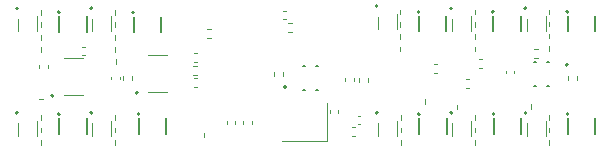
<source format=gbr>
%TF.GenerationSoftware,KiCad,Pcbnew,8.0.1-8.0.1-1~ubuntu22.04.1*%
%TF.CreationDate,2024-05-05T11:37:55-07:00*%
%TF.ProjectId,unic_gw1,756e6963-5f67-4773-912e-6b696361645f,1.0*%
%TF.SameCoordinates,Original*%
%TF.FileFunction,Legend,Bot*%
%TF.FilePolarity,Positive*%
%FSLAX46Y46*%
G04 Gerber Fmt 4.6, Leading zero omitted, Abs format (unit mm)*
G04 Created by KiCad (PCBNEW 8.0.1-8.0.1-1~ubuntu22.04.1) date 2024-05-05 11:37:55*
%MOMM*%
%LPD*%
G01*
G04 APERTURE LIST*
%ADD10C,0.120000*%
%ADD11C,0.200000*%
%ADD12C,0.127000*%
G04 APERTURE END LIST*
D10*
%TO.C,R6*%
X55245121Y-58770000D02*
X54909879Y-58770000D01*
X55245121Y-59530000D02*
X54909879Y-59530000D01*
%TO.C,Q13*%
X71307500Y-67150000D02*
X71307500Y-67550000D01*
%TO.C,C1*%
X46817500Y-62834165D02*
X46817500Y-63065835D01*
X47537500Y-62834165D02*
X47537500Y-63065835D01*
%TO.C,D28*%
X69377500Y-57750000D02*
X69377500Y-58800000D01*
X70977500Y-57500000D02*
X70977500Y-58800000D01*
D11*
X69377500Y-56850000D02*
G75*
G02*
X69177500Y-56850000I-100000J0D01*
G01*
X69177500Y-56850000D02*
G75*
G02*
X69377500Y-56850000I100000J0D01*
G01*
D10*
%TO.C,Q32*%
X71300000Y-60300000D02*
X71300000Y-60700000D01*
D12*
%TO.C,D3*%
X72892500Y-67650000D02*
X72892500Y-66350000D01*
X75222500Y-67650000D02*
X75222500Y-66350000D01*
D11*
X72957500Y-66000000D02*
G75*
G02*
X72757500Y-66000000I-100000J0D01*
G01*
X72757500Y-66000000D02*
G75*
G02*
X72957500Y-66000000I100000J0D01*
G01*
D10*
%TO.C,Q23*%
X77577500Y-57150000D02*
X77577500Y-57550000D01*
%TO.C,Q38*%
X40827500Y-58250000D02*
X40827500Y-58650000D01*
%TO.C,C19*%
X61371665Y-57250000D02*
X61603335Y-57250000D01*
X61371665Y-57970000D02*
X61603335Y-57970000D01*
%TO.C,R17*%
X47797500Y-62786379D02*
X47797500Y-63121621D01*
X48557500Y-62786379D02*
X48557500Y-63121621D01*
%TO.C,Q8*%
X47127500Y-68190000D02*
X47127500Y-68590000D01*
%TO.C,Q26*%
X83900000Y-60225000D02*
X83900000Y-60625000D01*
%TO.C,R13*%
X67777500Y-63277621D02*
X67777500Y-62942379D01*
X68537500Y-63277621D02*
X68537500Y-62942379D01*
%TO.C,Q7*%
X47127500Y-67150000D02*
X47127500Y-67550000D01*
%TO.C,C2*%
X44361665Y-60290000D02*
X44593335Y-60290000D01*
X44361665Y-61010000D02*
X44593335Y-61010000D01*
D12*
%TO.C,D5*%
X85462500Y-67650000D02*
X85462500Y-66350000D01*
X87792500Y-67650000D02*
X87792500Y-66350000D01*
D11*
X85527500Y-66000000D02*
G75*
G02*
X85327500Y-66000000I-100000J0D01*
G01*
X85327500Y-66000000D02*
G75*
G02*
X85527500Y-66000000I100000J0D01*
G01*
D10*
%TO.C,R15*%
X53780879Y-60850000D02*
X54116121Y-60850000D01*
X53780879Y-61610000D02*
X54116121Y-61610000D01*
%TO.C,Q12*%
X83900000Y-58175000D02*
X83900000Y-58575000D01*
%TO.C,R8*%
X82945121Y-60470000D02*
X82609879Y-60470000D01*
X82945121Y-61230000D02*
X82609879Y-61230000D01*
%TO.C,C9*%
X67453335Y-67120000D02*
X67221665Y-67120000D01*
X67453335Y-67840000D02*
X67221665Y-67840000D01*
%TO.C,X1*%
X61247500Y-68255000D02*
X65047500Y-68255000D01*
X65047500Y-68255000D02*
X65047500Y-65105000D01*
%TO.C,Q20*%
X83877500Y-66100000D02*
X83877500Y-66500000D01*
%TO.C,U3*%
X49958500Y-61030000D02*
X50758500Y-61030000D01*
X49958500Y-64150000D02*
X50758500Y-64150000D01*
X51558500Y-61030000D02*
X50758500Y-61030000D01*
X51558500Y-64150000D02*
X50758500Y-64150000D01*
D11*
X49058500Y-64190000D02*
G75*
G02*
X48858500Y-64190000I-100000J0D01*
G01*
X48858500Y-64190000D02*
G75*
G02*
X49058500Y-64190000I100000J0D01*
G01*
D10*
%TO.C,D27*%
X75677500Y-57950000D02*
X75677500Y-59000000D01*
X77277500Y-57700000D02*
X77277500Y-59000000D01*
D11*
X75677500Y-57050000D02*
G75*
G02*
X75477500Y-57050000I-100000J0D01*
G01*
X75477500Y-57050000D02*
G75*
G02*
X75677500Y-57050000I100000J0D01*
G01*
D10*
%TO.C,Q22*%
X83877500Y-68200000D02*
X83877500Y-68600000D01*
%TO.C,C14*%
X80217500Y-62565835D02*
X80217500Y-62334165D01*
X80937500Y-62565835D02*
X80937500Y-62334165D01*
%TO.C,C21*%
X66637500Y-63203335D02*
X66637500Y-62971665D01*
X67357500Y-63203335D02*
X67357500Y-62971665D01*
%TO.C,Q27*%
X77577500Y-59250000D02*
X77577500Y-59650000D01*
%TO.C,D22*%
X45227500Y-66800000D02*
X45227500Y-67850000D01*
X46827500Y-66550000D02*
X46827500Y-67850000D01*
D11*
X45227500Y-65900000D02*
G75*
G02*
X45027500Y-65900000I-100000J0D01*
G01*
X45027500Y-65900000D02*
G75*
G02*
X45227500Y-65900000I100000J0D01*
G01*
D12*
%TO.C,D8*%
X48712500Y-59050000D02*
X48712500Y-57750000D01*
X51042500Y-59050000D02*
X51042500Y-57750000D01*
D11*
X48777500Y-57400000D02*
G75*
G02*
X48577500Y-57400000I-100000J0D01*
G01*
X48577500Y-57400000D02*
G75*
G02*
X48777500Y-57400000I100000J0D01*
G01*
D10*
%TO.C,D29*%
X45217500Y-57950000D02*
X45217500Y-59000000D01*
X46817500Y-57700000D02*
X46817500Y-59000000D01*
D11*
X45217500Y-57050000D02*
G75*
G02*
X45017500Y-57050000I-100000J0D01*
G01*
X45017500Y-57050000D02*
G75*
G02*
X45217500Y-57050000I100000J0D01*
G01*
D12*
%TO.C,D11*%
X85462500Y-59000000D02*
X85462500Y-57700000D01*
X87792500Y-59000000D02*
X87792500Y-57700000D01*
D11*
X85527500Y-57350000D02*
G75*
G02*
X85327500Y-57350000I-100000J0D01*
G01*
X85327500Y-57350000D02*
G75*
G02*
X85527500Y-57350000I100000J0D01*
G01*
D12*
%TO.C,D1*%
X42412500Y-67650000D02*
X42412500Y-66350000D01*
X44742500Y-67650000D02*
X44742500Y-66350000D01*
D11*
X42477500Y-66000000D02*
G75*
G02*
X42277500Y-66000000I-100000J0D01*
G01*
X42277500Y-66000000D02*
G75*
G02*
X42477500Y-66000000I100000J0D01*
G01*
D10*
%TO.C,Q9*%
X73377500Y-64730000D02*
X73377500Y-65130000D01*
%TO.C,Q15*%
X76067500Y-65200000D02*
X76067500Y-65600000D01*
%TO.C,C10*%
X40717500Y-61834165D02*
X40717500Y-62065835D01*
X41437500Y-61834165D02*
X41437500Y-62065835D01*
%TO.C,Q29*%
X71300000Y-57150000D02*
X71300000Y-57550000D01*
%TO.C,Q11*%
X83900000Y-57150000D02*
X83900000Y-57550000D01*
%TO.C,R14*%
X53770879Y-61930000D02*
X54106121Y-61930000D01*
X53770879Y-62690000D02*
X54106121Y-62690000D01*
D12*
%TO.C,U7*%
X82757500Y-61600000D02*
X82597500Y-61600000D01*
X82757500Y-63600000D02*
X82597500Y-63600000D01*
X83697500Y-61600000D02*
X83857500Y-61600000D01*
X83697500Y-63600000D02*
X83857500Y-63600000D01*
D11*
X85487500Y-61840000D02*
G75*
G02*
X85287500Y-61840000I-100000J0D01*
G01*
X85287500Y-61840000D02*
G75*
G02*
X85487500Y-61840000I100000J0D01*
G01*
D10*
%TO.C,D21*%
X38927500Y-66800000D02*
X38927500Y-67850000D01*
X40527500Y-66550000D02*
X40527500Y-67850000D01*
D11*
X38927500Y-65900000D02*
G75*
G02*
X38727500Y-65900000I-100000J0D01*
G01*
X38727500Y-65900000D02*
G75*
G02*
X38927500Y-65900000I100000J0D01*
G01*
D10*
%TO.C,R11*%
X76809879Y-63070000D02*
X77145121Y-63070000D01*
X76809879Y-63830000D02*
X77145121Y-63830000D01*
D12*
%TO.C,D9*%
X42412500Y-59030000D02*
X42412500Y-57730000D01*
X44742500Y-59030000D02*
X44742500Y-57730000D01*
D11*
X42477500Y-57380000D02*
G75*
G02*
X42277500Y-57380000I-100000J0D01*
G01*
X42277500Y-57380000D02*
G75*
G02*
X42477500Y-57380000I100000J0D01*
G01*
D10*
%TO.C,D30*%
X38927500Y-57950000D02*
X38927500Y-59000000D01*
X40527500Y-57700000D02*
X40527500Y-59000000D01*
D11*
X38927500Y-57050000D02*
G75*
G02*
X38727500Y-57050000I-100000J0D01*
G01*
X38727500Y-57050000D02*
G75*
G02*
X38927500Y-57050000I100000J0D01*
G01*
D10*
%TO.C,C3*%
X54044335Y-62950000D02*
X53812665Y-62950000D01*
X54044335Y-63670000D02*
X53812665Y-63670000D01*
%TO.C,Q18*%
X77607500Y-68200000D02*
X77607500Y-68600000D01*
%TO.C,D25*%
X81987500Y-66800000D02*
X81987500Y-67850000D01*
X83587500Y-66550000D02*
X83587500Y-67850000D01*
D11*
X81987500Y-65900000D02*
G75*
G02*
X81787500Y-65900000I-100000J0D01*
G01*
X81787500Y-65900000D02*
G75*
G02*
X81987500Y-65900000I100000J0D01*
G01*
D10*
%TO.C,R7*%
X62145121Y-58270000D02*
X61809879Y-58270000D01*
X62145121Y-59030000D02*
X61809879Y-59030000D01*
%TO.C,Q31*%
X71300000Y-59250000D02*
X71300000Y-59650000D01*
%TO.C,C17*%
X56607500Y-66624165D02*
X56607500Y-66855835D01*
X57327500Y-66624165D02*
X57327500Y-66855835D01*
%TO.C,D23*%
X69407500Y-66800000D02*
X69407500Y-67850000D01*
X71007500Y-66550000D02*
X71007500Y-67850000D01*
D11*
X69407500Y-65900000D02*
G75*
G02*
X69207500Y-65900000I-100000J0D01*
G01*
X69207500Y-65900000D02*
G75*
G02*
X69407500Y-65900000I100000J0D01*
G01*
D12*
%TO.C,D6*%
X79162500Y-59000000D02*
X79162500Y-57700000D01*
X81492500Y-59000000D02*
X81492500Y-57700000D01*
D11*
X79227500Y-57350000D02*
G75*
G02*
X79027500Y-57350000I-100000J0D01*
G01*
X79027500Y-57350000D02*
G75*
G02*
X79227500Y-57350000I100000J0D01*
G01*
D10*
%TO.C,Q17*%
X77607500Y-67150000D02*
X77607500Y-67550000D01*
%TO.C,U5*%
X42817500Y-61290000D02*
X43617500Y-61290000D01*
X42817500Y-64410000D02*
X43617500Y-64410000D01*
X44417500Y-61290000D02*
X43617500Y-61290000D01*
X44417500Y-64410000D02*
X43617500Y-64410000D01*
D11*
X41917500Y-64450000D02*
G75*
G02*
X41717500Y-64450000I-100000J0D01*
G01*
X41717500Y-64450000D02*
G75*
G02*
X41917500Y-64450000I100000J0D01*
G01*
D10*
%TO.C,Q36*%
X47150000Y-60350000D02*
X47150000Y-60750000D01*
%TO.C,Q37*%
X40827500Y-57200000D02*
X40827500Y-57600000D01*
%TO.C,Q19*%
X82337500Y-65170000D02*
X82337500Y-65570000D01*
%TO.C,Q16*%
X77607500Y-66100000D02*
X77607500Y-66500000D01*
%TO.C,Q5*%
X54690000Y-67580000D02*
X54690000Y-67980000D01*
D12*
%TO.C,U4*%
X63207500Y-61950000D02*
X63047500Y-61950000D01*
X63207500Y-63950000D02*
X63047500Y-63950000D01*
X64147500Y-61950000D02*
X64307500Y-61950000D01*
X64147500Y-63950000D02*
X64307500Y-63950000D01*
D11*
X61617500Y-63710000D02*
G75*
G02*
X61417500Y-63710000I-100000J0D01*
G01*
X61417500Y-63710000D02*
G75*
G02*
X61617500Y-63710000I100000J0D01*
G01*
D12*
%TO.C,D7*%
X72862500Y-59000000D02*
X72862500Y-57700000D01*
X75192500Y-59000000D02*
X75192500Y-57700000D01*
D11*
X72927500Y-57350000D02*
G75*
G02*
X72727500Y-57350000I-100000J0D01*
G01*
X72727500Y-57350000D02*
G75*
G02*
X72927500Y-57350000I100000J0D01*
G01*
D10*
%TO.C,C18*%
X57977500Y-66624165D02*
X57977500Y-66855835D01*
X58697500Y-66624165D02*
X58697500Y-66855835D01*
D12*
%TO.C,D2*%
X49137500Y-67650000D02*
X49137500Y-66350000D01*
X51467500Y-67650000D02*
X51467500Y-66350000D01*
D11*
X49202500Y-66000000D02*
G75*
G02*
X49002500Y-66000000I-100000J0D01*
G01*
X49002500Y-66000000D02*
G75*
G02*
X49202500Y-66000000I100000J0D01*
G01*
D10*
%TO.C,Q40*%
X40827500Y-60350000D02*
X40827500Y-60750000D01*
%TO.C,Q41*%
X47177500Y-61350000D02*
X47177500Y-61750000D01*
%TO.C,Q6*%
X47127500Y-66100000D02*
X47127500Y-66500000D01*
%TO.C,Q2*%
X40827500Y-66100000D02*
X40827500Y-66500000D01*
%TO.C,Q35*%
X47150000Y-59300000D02*
X47150000Y-59700000D01*
%TO.C,C16*%
X74393335Y-61790000D02*
X74161665Y-61790000D01*
X74393335Y-62510000D02*
X74161665Y-62510000D01*
%TO.C,C13*%
X65317500Y-65644165D02*
X65317500Y-65875835D01*
X66037500Y-65644165D02*
X66037500Y-65875835D01*
D12*
%TO.C,D4*%
X79192500Y-67650000D02*
X79192500Y-66350000D01*
X81522500Y-67650000D02*
X81522500Y-66350000D01*
D11*
X79257500Y-66000000D02*
G75*
G02*
X79057500Y-66000000I-100000J0D01*
G01*
X79057500Y-66000000D02*
G75*
G02*
X79257500Y-66000000I100000J0D01*
G01*
D10*
%TO.C,Q3*%
X40827500Y-67150000D02*
X40827500Y-67550000D01*
%TO.C,Q21*%
X83877500Y-67150000D02*
X83877500Y-67550000D01*
%TO.C,D26*%
X81987500Y-57950000D02*
X81987500Y-59000000D01*
X83587500Y-57700000D02*
X83587500Y-59000000D01*
D11*
X81987500Y-57050000D02*
G75*
G02*
X81787500Y-57050000I-100000J0D01*
G01*
X81787500Y-57050000D02*
G75*
G02*
X81987500Y-57050000I100000J0D01*
G01*
D10*
%TO.C,Q34*%
X47150000Y-58250000D02*
X47150000Y-58650000D01*
%TO.C,Q25*%
X83900000Y-59200000D02*
X83900000Y-59600000D01*
%TO.C,Q4*%
X40827500Y-68200000D02*
X40827500Y-68600000D01*
%TO.C,C22*%
X67681665Y-66150000D02*
X67913335Y-66150000D01*
X67681665Y-66870000D02*
X67913335Y-66870000D01*
%TO.C,Q14*%
X71307500Y-68200000D02*
X71307500Y-68600000D01*
%TO.C,Q28*%
X77577500Y-60300000D02*
X77577500Y-60700000D01*
%TO.C,Q30*%
X71300000Y-58200000D02*
X71300000Y-58600000D01*
%TO.C,R10*%
X78245121Y-61370000D02*
X77909879Y-61370000D01*
X78245121Y-62130000D02*
X77909879Y-62130000D01*
%TO.C,R12*%
X60597500Y-62482379D02*
X60597500Y-62817621D01*
X61357500Y-62482379D02*
X61357500Y-62817621D01*
%TO.C,Q33*%
X47150000Y-57200000D02*
X47150000Y-57600000D01*
%TO.C,Q39*%
X40827500Y-59300000D02*
X40827500Y-59700000D01*
%TO.C,R9*%
X85497500Y-63117621D02*
X85497500Y-62782379D01*
X86257500Y-63117621D02*
X86257500Y-62782379D01*
%TO.C,Q24*%
X77577500Y-58200000D02*
X77577500Y-58600000D01*
%TO.C,Q1*%
X40677500Y-64750000D02*
X41077500Y-64750000D01*
%TO.C,Q10*%
X71307500Y-66100000D02*
X71307500Y-66500000D01*
%TO.C,D24*%
X75707500Y-66800000D02*
X75707500Y-67850000D01*
X77307500Y-66550000D02*
X77307500Y-67850000D01*
D11*
X75707500Y-65900000D02*
G75*
G02*
X75507500Y-65900000I-100000J0D01*
G01*
X75507500Y-65900000D02*
G75*
G02*
X75707500Y-65900000I100000J0D01*
G01*
%TD*%
M02*

</source>
